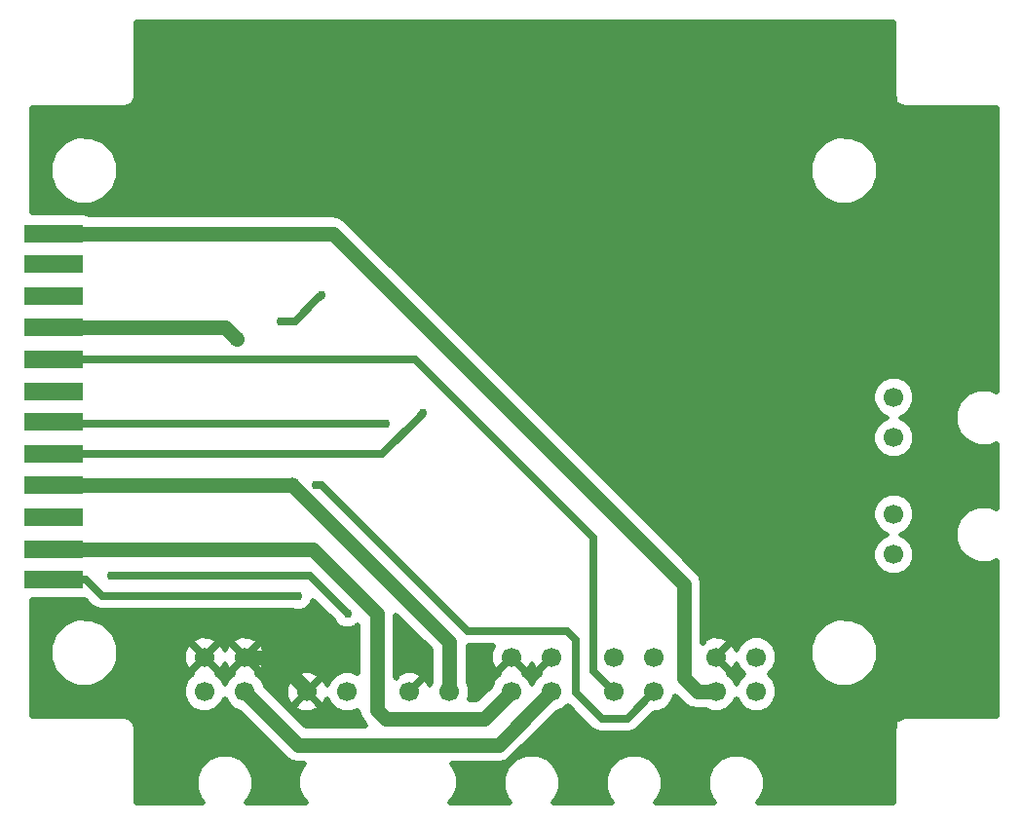
<source format=gbl>
G04 #@! TF.FileFunction,Copper,L2,Bot,Signal*
%FSLAX46Y46*%
G04 Gerber Fmt 4.6, Leading zero omitted, Abs format (unit mm)*
G04 Created by KiCad (PCBNEW 4.0.5+dfsg1-4) date Mon Mar  6 16:22:21 2017*
%MOMM*%
%LPD*%
G01*
G04 APERTURE LIST*
%ADD10C,0.090000*%
%ADD11R,5.080000X1.524000*%
%ADD12C,1.700000*%
%ADD13C,1.320800*%
%ADD14C,0.762000*%
%ADD15C,1.270000*%
%ADD16C,0.635000*%
%ADD17C,0.508000*%
G04 APERTURE END LIST*
D10*
D11*
X178181000Y-69977000D03*
X178181000Y-67310000D03*
X178181000Y-64516000D03*
X178181000Y-61722000D03*
X178181000Y-59055000D03*
X178181000Y-56261000D03*
X178181000Y-53594000D03*
X178181000Y-50800000D03*
X178181000Y-48006000D03*
X178181000Y-45339000D03*
X178181000Y-42545000D03*
X178181000Y-39878000D03*
D12*
X194800000Y-76700000D03*
X191300000Y-79700000D03*
X194800000Y-79700000D03*
X191300000Y-76700000D03*
X239250000Y-76700000D03*
X235750000Y-79700000D03*
X239250000Y-79700000D03*
X235750000Y-76700000D03*
X209080000Y-79730000D03*
X212580000Y-79730000D03*
X200180000Y-79730000D03*
X203680000Y-79730000D03*
X230360000Y-76700000D03*
X226860000Y-79700000D03*
X230360000Y-79700000D03*
X226860000Y-76700000D03*
X221470000Y-76700000D03*
X217970000Y-79700000D03*
X221470000Y-79700000D03*
X217970000Y-76700000D03*
X251180000Y-67790000D03*
X251180000Y-64290000D03*
X251180000Y-57630000D03*
X251180000Y-54130000D03*
D13*
X198882000Y-61722000D03*
X194056000Y-49022000D03*
D14*
X201422000Y-45211996D03*
X197866000Y-47498000D03*
X183134000Y-69595990D03*
X203708000Y-72898000D03*
X207010000Y-56388000D03*
X210292626Y-55489490D03*
X199390000Y-71374000D03*
X200913992Y-61722000D03*
D15*
X200180000Y-79730000D02*
X200180000Y-79530000D01*
X200180000Y-79530000D02*
X197350000Y-76700000D01*
X197350000Y-76700000D02*
X194800000Y-76700000D01*
X194800000Y-79700000D02*
X199428000Y-84328000D01*
X199428000Y-84328000D02*
X216842000Y-84328000D01*
X216842000Y-84328000D02*
X220620001Y-80549999D01*
X220620001Y-80549999D02*
X221470000Y-79700000D01*
X192532000Y-48006000D02*
X193040000Y-48006000D01*
X193040000Y-48006000D02*
X194056000Y-49022000D01*
X178181000Y-48006000D02*
X192532000Y-48006000D01*
X212580000Y-79730000D02*
X212580000Y-75420000D01*
X212580000Y-75420000D02*
X198882000Y-61722000D01*
X198882000Y-61722000D02*
X181991000Y-61722000D01*
X181991000Y-61722000D02*
X178181000Y-61722000D01*
D16*
X178435000Y-48260000D02*
X178181000Y-48006000D01*
X201041001Y-45592995D02*
X201422000Y-45211996D01*
X199135996Y-47498000D02*
X201041001Y-45592995D01*
X197866000Y-47498000D02*
X199135996Y-47498000D01*
X183672815Y-69595990D02*
X183134000Y-69595990D01*
X200405990Y-69595990D02*
X183672815Y-69595990D01*
X203708000Y-72898000D02*
X200405990Y-69595990D01*
D15*
X178181000Y-39878000D02*
X202438000Y-39878000D01*
X202438000Y-39878000D02*
X232918000Y-70358000D01*
X232918000Y-70358000D02*
X232918000Y-78486000D01*
X232918000Y-78486000D02*
X234132000Y-79700000D01*
X234132000Y-79700000D02*
X235750000Y-79700000D01*
D16*
X226860000Y-79700000D02*
X225044000Y-77884000D01*
X225044000Y-77884000D02*
X225044000Y-66294000D01*
X225044000Y-66294000D02*
X209550000Y-50800000D01*
X209550000Y-50800000D02*
X181356000Y-50800000D01*
X181356000Y-50800000D02*
X178181000Y-50800000D01*
X207010000Y-56388000D02*
X178308000Y-56388000D01*
X178308000Y-56388000D02*
X178181000Y-56261000D01*
X209911627Y-55870489D02*
X210292626Y-55489490D01*
X206727116Y-59055000D02*
X209911627Y-55870489D01*
X178181000Y-59055000D02*
X206727116Y-59055000D01*
D15*
X178181000Y-67310000D02*
X200660000Y-67310000D01*
X200660000Y-67310000D02*
X206248000Y-72898000D01*
X206248000Y-72898000D02*
X206248000Y-81280000D01*
X206248000Y-81280000D02*
X207010000Y-82042000D01*
X207010000Y-82042000D02*
X215628000Y-82042000D01*
X215628000Y-82042000D02*
X217120001Y-80549999D01*
X217120001Y-80549999D02*
X217970000Y-79700000D01*
D16*
X178181000Y-69977000D02*
X180975000Y-69977000D01*
X180975000Y-69977000D02*
X182372000Y-71374000D01*
X182372000Y-71374000D02*
X199136000Y-71374000D01*
X199136000Y-71374000D02*
X199390000Y-71374000D01*
X230360000Y-79700000D02*
X228018000Y-82042000D01*
X228018000Y-82042000D02*
X225806000Y-82042000D01*
X225806000Y-82042000D02*
X223520000Y-79756000D01*
X223520000Y-79756000D02*
X223520000Y-75184000D01*
X223520000Y-75184000D02*
X222758000Y-74422000D01*
X222758000Y-74422000D02*
X214152807Y-74422000D01*
X214152807Y-74422000D02*
X201452807Y-61722000D01*
X201452807Y-61722000D02*
X200913992Y-61722000D01*
D17*
G36*
X181429073Y-72316927D02*
X181861691Y-72605993D01*
X182372000Y-72707500D01*
X198958560Y-72707500D01*
X199110900Y-72770757D01*
X199666661Y-72771242D01*
X200180303Y-72559010D01*
X200573629Y-72166370D01*
X200725286Y-71801140D01*
X202459999Y-73535853D01*
X202522990Y-73688303D01*
X202915630Y-74081629D01*
X203428900Y-74294757D01*
X203984661Y-74295242D01*
X204498303Y-74083010D01*
X204597000Y-73984485D01*
X204597000Y-78090297D01*
X204052799Y-77864325D01*
X203310458Y-77863677D01*
X202624377Y-78147160D01*
X202099005Y-78671616D01*
X201929767Y-79079186D01*
X201768114Y-78682328D01*
X201755668Y-78663701D01*
X201389742Y-78610060D01*
X200269803Y-79730000D01*
X201389742Y-80849940D01*
X201755668Y-80796299D01*
X201930265Y-80381706D01*
X202097160Y-80785623D01*
X202621616Y-81310995D01*
X203307201Y-81595675D01*
X204049542Y-81596323D01*
X204613564Y-81363274D01*
X204722675Y-81911811D01*
X205080567Y-82447433D01*
X205310134Y-82677000D01*
X200111867Y-82677000D01*
X198374609Y-80939742D01*
X199060060Y-80939742D01*
X199113701Y-81305668D01*
X199797850Y-81593782D01*
X200540178Y-81598153D01*
X201227672Y-81318114D01*
X201246299Y-81305668D01*
X201299940Y-80939742D01*
X200180000Y-79819803D01*
X199060060Y-80939742D01*
X198374609Y-80939742D01*
X197525045Y-80090178D01*
X198311847Y-80090178D01*
X198591886Y-80777672D01*
X198604332Y-80796299D01*
X198970258Y-80849940D01*
X200090197Y-79730000D01*
X198970258Y-78610060D01*
X198604332Y-78663701D01*
X198316218Y-79347850D01*
X198311847Y-80090178D01*
X197525045Y-80090178D01*
X196596613Y-79161747D01*
X196382840Y-78644377D01*
X196258938Y-78520258D01*
X199060060Y-78520258D01*
X200180000Y-79640197D01*
X201299940Y-78520258D01*
X201246299Y-78154332D01*
X200562150Y-77866218D01*
X199819822Y-77861847D01*
X199132328Y-78141886D01*
X199113701Y-78154332D01*
X199060060Y-78520258D01*
X196258938Y-78520258D01*
X195885310Y-78145978D01*
X195919940Y-77909742D01*
X194800000Y-76789803D01*
X193680060Y-77909742D01*
X193714794Y-78146691D01*
X193219005Y-78641616D01*
X193049936Y-79048780D01*
X192882840Y-78644377D01*
X192385310Y-78145978D01*
X192419940Y-77909742D01*
X191300000Y-76789803D01*
X190180060Y-77909742D01*
X190214794Y-78146691D01*
X189719005Y-78641616D01*
X189434325Y-79327201D01*
X189433677Y-80069542D01*
X189717160Y-80755623D01*
X190241616Y-81280995D01*
X190927201Y-81565675D01*
X191669542Y-81566323D01*
X192355623Y-81282840D01*
X192880995Y-80758384D01*
X193050064Y-80351220D01*
X193217160Y-80755623D01*
X193741616Y-81280995D01*
X194262361Y-81497228D01*
X198260566Y-85495433D01*
X198796189Y-85853325D01*
X198901013Y-85874176D01*
X199428000Y-85979000D01*
X199907105Y-85979000D01*
X199767101Y-86118760D01*
X199379442Y-87052346D01*
X199378560Y-88063219D01*
X199764589Y-88997480D01*
X200106511Y-89340000D01*
X194923669Y-89340000D01*
X195192899Y-89071240D01*
X195580558Y-88137654D01*
X195581440Y-87126781D01*
X195195411Y-86192520D01*
X194481240Y-85477101D01*
X193547654Y-85089442D01*
X192536781Y-85088560D01*
X191602520Y-85474589D01*
X190887101Y-86188760D01*
X190499442Y-87122346D01*
X190498560Y-88133219D01*
X190884589Y-89067480D01*
X191156634Y-89340000D01*
X185351000Y-89340000D01*
X185351000Y-82931000D01*
X185267953Y-82513492D01*
X185031453Y-82159547D01*
X184677508Y-81923047D01*
X184260000Y-81840000D01*
X176351000Y-81840000D01*
X176351000Y-76924288D01*
X177831478Y-76924288D01*
X178289669Y-78033195D01*
X179137343Y-78882350D01*
X180245449Y-79342475D01*
X181445288Y-79343522D01*
X182554195Y-78885331D01*
X183403350Y-78037657D01*
X183809234Y-77060178D01*
X189431847Y-77060178D01*
X189711886Y-77747672D01*
X189724332Y-77766299D01*
X190090258Y-77819940D01*
X191210197Y-76700000D01*
X191389803Y-76700000D01*
X192509742Y-77819940D01*
X192875668Y-77766299D01*
X193050433Y-77351306D01*
X193211886Y-77747672D01*
X193224332Y-77766299D01*
X193590258Y-77819940D01*
X194710197Y-76700000D01*
X194889803Y-76700000D01*
X196009742Y-77819940D01*
X196375668Y-77766299D01*
X196663782Y-77082150D01*
X196668153Y-76339822D01*
X196388114Y-75652328D01*
X196375668Y-75633701D01*
X196009742Y-75580060D01*
X194889803Y-76700000D01*
X194710197Y-76700000D01*
X193590258Y-75580060D01*
X193224332Y-75633701D01*
X193049567Y-76048694D01*
X192888114Y-75652328D01*
X192875668Y-75633701D01*
X192509742Y-75580060D01*
X191389803Y-76700000D01*
X191210197Y-76700000D01*
X190090258Y-75580060D01*
X189724332Y-75633701D01*
X189436218Y-76317850D01*
X189431847Y-77060178D01*
X183809234Y-77060178D01*
X183863475Y-76929551D01*
X183864522Y-75729712D01*
X183765582Y-75490258D01*
X190180060Y-75490258D01*
X191300000Y-76610197D01*
X192419940Y-75490258D01*
X193680060Y-75490258D01*
X194800000Y-76610197D01*
X195919940Y-75490258D01*
X195866299Y-75124332D01*
X195182150Y-74836218D01*
X194439822Y-74831847D01*
X193752328Y-75111886D01*
X193733701Y-75124332D01*
X193680060Y-75490258D01*
X192419940Y-75490258D01*
X192366299Y-75124332D01*
X191682150Y-74836218D01*
X190939822Y-74831847D01*
X190252328Y-75111886D01*
X190233701Y-75124332D01*
X190180060Y-75490258D01*
X183765582Y-75490258D01*
X183406331Y-74620805D01*
X182558657Y-73771650D01*
X181450551Y-73311525D01*
X180250712Y-73310478D01*
X179141805Y-73768669D01*
X178292650Y-74616343D01*
X177832525Y-75724449D01*
X177831478Y-76924288D01*
X176351000Y-76924288D01*
X176351000Y-71774904D01*
X180721000Y-71774904D01*
X180860753Y-71748607D01*
X181429073Y-72316927D01*
X181429073Y-72316927D01*
G37*
X181429073Y-72316927D02*
X181861691Y-72605993D01*
X182372000Y-72707500D01*
X198958560Y-72707500D01*
X199110900Y-72770757D01*
X199666661Y-72771242D01*
X200180303Y-72559010D01*
X200573629Y-72166370D01*
X200725286Y-71801140D01*
X202459999Y-73535853D01*
X202522990Y-73688303D01*
X202915630Y-74081629D01*
X203428900Y-74294757D01*
X203984661Y-74295242D01*
X204498303Y-74083010D01*
X204597000Y-73984485D01*
X204597000Y-78090297D01*
X204052799Y-77864325D01*
X203310458Y-77863677D01*
X202624377Y-78147160D01*
X202099005Y-78671616D01*
X201929767Y-79079186D01*
X201768114Y-78682328D01*
X201755668Y-78663701D01*
X201389742Y-78610060D01*
X200269803Y-79730000D01*
X201389742Y-80849940D01*
X201755668Y-80796299D01*
X201930265Y-80381706D01*
X202097160Y-80785623D01*
X202621616Y-81310995D01*
X203307201Y-81595675D01*
X204049542Y-81596323D01*
X204613564Y-81363274D01*
X204722675Y-81911811D01*
X205080567Y-82447433D01*
X205310134Y-82677000D01*
X200111867Y-82677000D01*
X198374609Y-80939742D01*
X199060060Y-80939742D01*
X199113701Y-81305668D01*
X199797850Y-81593782D01*
X200540178Y-81598153D01*
X201227672Y-81318114D01*
X201246299Y-81305668D01*
X201299940Y-80939742D01*
X200180000Y-79819803D01*
X199060060Y-80939742D01*
X198374609Y-80939742D01*
X197525045Y-80090178D01*
X198311847Y-80090178D01*
X198591886Y-80777672D01*
X198604332Y-80796299D01*
X198970258Y-80849940D01*
X200090197Y-79730000D01*
X198970258Y-78610060D01*
X198604332Y-78663701D01*
X198316218Y-79347850D01*
X198311847Y-80090178D01*
X197525045Y-80090178D01*
X196596613Y-79161747D01*
X196382840Y-78644377D01*
X196258938Y-78520258D01*
X199060060Y-78520258D01*
X200180000Y-79640197D01*
X201299940Y-78520258D01*
X201246299Y-78154332D01*
X200562150Y-77866218D01*
X199819822Y-77861847D01*
X199132328Y-78141886D01*
X199113701Y-78154332D01*
X199060060Y-78520258D01*
X196258938Y-78520258D01*
X195885310Y-78145978D01*
X195919940Y-77909742D01*
X194800000Y-76789803D01*
X193680060Y-77909742D01*
X193714794Y-78146691D01*
X193219005Y-78641616D01*
X193049936Y-79048780D01*
X192882840Y-78644377D01*
X192385310Y-78145978D01*
X192419940Y-77909742D01*
X191300000Y-76789803D01*
X190180060Y-77909742D01*
X190214794Y-78146691D01*
X189719005Y-78641616D01*
X189434325Y-79327201D01*
X189433677Y-80069542D01*
X189717160Y-80755623D01*
X190241616Y-81280995D01*
X190927201Y-81565675D01*
X191669542Y-81566323D01*
X192355623Y-81282840D01*
X192880995Y-80758384D01*
X193050064Y-80351220D01*
X193217160Y-80755623D01*
X193741616Y-81280995D01*
X194262361Y-81497228D01*
X198260566Y-85495433D01*
X198796189Y-85853325D01*
X198901013Y-85874176D01*
X199428000Y-85979000D01*
X199907105Y-85979000D01*
X199767101Y-86118760D01*
X199379442Y-87052346D01*
X199378560Y-88063219D01*
X199764589Y-88997480D01*
X200106511Y-89340000D01*
X194923669Y-89340000D01*
X195192899Y-89071240D01*
X195580558Y-88137654D01*
X195581440Y-87126781D01*
X195195411Y-86192520D01*
X194481240Y-85477101D01*
X193547654Y-85089442D01*
X192536781Y-85088560D01*
X191602520Y-85474589D01*
X190887101Y-86188760D01*
X190499442Y-87122346D01*
X190498560Y-88133219D01*
X190884589Y-89067480D01*
X191156634Y-89340000D01*
X185351000Y-89340000D01*
X185351000Y-82931000D01*
X185267953Y-82513492D01*
X185031453Y-82159547D01*
X184677508Y-81923047D01*
X184260000Y-81840000D01*
X176351000Y-81840000D01*
X176351000Y-76924288D01*
X177831478Y-76924288D01*
X178289669Y-78033195D01*
X179137343Y-78882350D01*
X180245449Y-79342475D01*
X181445288Y-79343522D01*
X182554195Y-78885331D01*
X183403350Y-78037657D01*
X183809234Y-77060178D01*
X189431847Y-77060178D01*
X189711886Y-77747672D01*
X189724332Y-77766299D01*
X190090258Y-77819940D01*
X191210197Y-76700000D01*
X191389803Y-76700000D01*
X192509742Y-77819940D01*
X192875668Y-77766299D01*
X193050433Y-77351306D01*
X193211886Y-77747672D01*
X193224332Y-77766299D01*
X193590258Y-77819940D01*
X194710197Y-76700000D01*
X194889803Y-76700000D01*
X196009742Y-77819940D01*
X196375668Y-77766299D01*
X196663782Y-77082150D01*
X196668153Y-76339822D01*
X196388114Y-75652328D01*
X196375668Y-75633701D01*
X196009742Y-75580060D01*
X194889803Y-76700000D01*
X194710197Y-76700000D01*
X193590258Y-75580060D01*
X193224332Y-75633701D01*
X193049567Y-76048694D01*
X192888114Y-75652328D01*
X192875668Y-75633701D01*
X192509742Y-75580060D01*
X191389803Y-76700000D01*
X191210197Y-76700000D01*
X190090258Y-75580060D01*
X189724332Y-75633701D01*
X189436218Y-76317850D01*
X189431847Y-77060178D01*
X183809234Y-77060178D01*
X183863475Y-76929551D01*
X183864522Y-75729712D01*
X183765582Y-75490258D01*
X190180060Y-75490258D01*
X191300000Y-76610197D01*
X192419940Y-75490258D01*
X193680060Y-75490258D01*
X194800000Y-76610197D01*
X195919940Y-75490258D01*
X195866299Y-75124332D01*
X195182150Y-74836218D01*
X194439822Y-74831847D01*
X193752328Y-75111886D01*
X193733701Y-75124332D01*
X193680060Y-75490258D01*
X192419940Y-75490258D01*
X192366299Y-75124332D01*
X191682150Y-74836218D01*
X190939822Y-74831847D01*
X190252328Y-75111886D01*
X190233701Y-75124332D01*
X190180060Y-75490258D01*
X183765582Y-75490258D01*
X183406331Y-74620805D01*
X182558657Y-73771650D01*
X181450551Y-73311525D01*
X180250712Y-73310478D01*
X179141805Y-73768669D01*
X178292650Y-74616343D01*
X177832525Y-75724449D01*
X177831478Y-76924288D01*
X176351000Y-76924288D01*
X176351000Y-71774904D01*
X180721000Y-71774904D01*
X180860753Y-71748607D01*
X181429073Y-72316927D01*
G36*
X251169000Y-27931000D02*
X251206000Y-28117013D01*
X251206000Y-28448000D01*
X251226012Y-28546820D01*
X251282893Y-28630069D01*
X251367682Y-28684629D01*
X251460000Y-28702000D01*
X251488244Y-28702000D01*
X251488547Y-28702453D01*
X251842492Y-28938953D01*
X252260000Y-29022000D01*
X260169000Y-29022000D01*
X260169000Y-53619905D01*
X259517654Y-53349442D01*
X258506781Y-53348560D01*
X257572520Y-53734589D01*
X256857101Y-54448760D01*
X256469442Y-55382346D01*
X256468560Y-56393219D01*
X256854589Y-57327480D01*
X257568760Y-58042899D01*
X258502346Y-58430558D01*
X259513219Y-58431440D01*
X260169000Y-58160477D01*
X260169000Y-63779905D01*
X259517654Y-63509442D01*
X258506781Y-63508560D01*
X257572520Y-63894589D01*
X256857101Y-64608760D01*
X256469442Y-65542346D01*
X256468560Y-66553219D01*
X256854589Y-67487480D01*
X257568760Y-68202899D01*
X258502346Y-68590558D01*
X259513219Y-68591440D01*
X260169000Y-68320477D01*
X260169000Y-81840000D01*
X252260000Y-81840000D01*
X251842492Y-81923047D01*
X251664467Y-82042000D01*
X251460000Y-82042000D01*
X251361180Y-82062012D01*
X251277931Y-82118893D01*
X251223371Y-82203682D01*
X251206000Y-82296000D01*
X251206000Y-82744987D01*
X251169000Y-82931000D01*
X251169000Y-89340000D01*
X239373669Y-89340000D01*
X239642899Y-89071240D01*
X240030558Y-88137654D01*
X240031440Y-87126781D01*
X239645411Y-86192520D01*
X238931240Y-85477101D01*
X237997654Y-85089442D01*
X236986781Y-85088560D01*
X236052520Y-85474589D01*
X235337101Y-86188760D01*
X234949442Y-87122346D01*
X234948560Y-88133219D01*
X235334589Y-89067480D01*
X235606634Y-89340000D01*
X230483669Y-89340000D01*
X230752899Y-89071240D01*
X231140558Y-88137654D01*
X231141440Y-87126781D01*
X230755411Y-86192520D01*
X230041240Y-85477101D01*
X229107654Y-85089442D01*
X228096781Y-85088560D01*
X227162520Y-85474589D01*
X226447101Y-86188760D01*
X226059442Y-87122346D01*
X226058560Y-88133219D01*
X226444589Y-89067480D01*
X226716634Y-89340000D01*
X221593669Y-89340000D01*
X221862899Y-89071240D01*
X222250558Y-88137654D01*
X222251440Y-87126781D01*
X221865411Y-86192520D01*
X221151240Y-85477101D01*
X220217654Y-85089442D01*
X219206781Y-85088560D01*
X218272520Y-85474589D01*
X217557101Y-86188760D01*
X217169442Y-87122346D01*
X217168560Y-88133219D01*
X217554589Y-89067480D01*
X217826634Y-89340000D01*
X212633547Y-89340000D01*
X212972899Y-89001240D01*
X213360558Y-88067654D01*
X213361440Y-87056781D01*
X212975411Y-86122520D01*
X212832141Y-85979000D01*
X216842000Y-85979000D01*
X217473811Y-85853325D01*
X218009433Y-85495433D01*
X222008253Y-81496613D01*
X222525623Y-81282840D01*
X222843582Y-80965436D01*
X224863073Y-82984927D01*
X225295691Y-83273993D01*
X225806000Y-83375500D01*
X228018000Y-83375500D01*
X228528308Y-83273993D01*
X228960927Y-82984927D01*
X230379836Y-81566018D01*
X230729542Y-81566323D01*
X231415623Y-81282840D01*
X231940995Y-80758384D01*
X232209320Y-80112186D01*
X232964567Y-80867433D01*
X233500189Y-81225325D01*
X233605013Y-81246176D01*
X234132000Y-81351000D01*
X234860207Y-81351000D01*
X235377201Y-81565675D01*
X236119542Y-81566323D01*
X236805623Y-81282840D01*
X237330995Y-80758384D01*
X237500064Y-80351220D01*
X237667160Y-80755623D01*
X238191616Y-81280995D01*
X238877201Y-81565675D01*
X239619542Y-81566323D01*
X240305623Y-81282840D01*
X240830995Y-80758384D01*
X241115675Y-80072799D01*
X241116323Y-79330458D01*
X240832840Y-78644377D01*
X240388923Y-78199685D01*
X240830995Y-77758384D01*
X241115675Y-77072799D01*
X241115804Y-76924288D01*
X243871478Y-76924288D01*
X244329669Y-78033195D01*
X245177343Y-78882350D01*
X246285449Y-79342475D01*
X247485288Y-79343522D01*
X248594195Y-78885331D01*
X249443350Y-78037657D01*
X249903475Y-76929551D01*
X249904522Y-75729712D01*
X249446331Y-74620805D01*
X248598657Y-73771650D01*
X247490551Y-73311525D01*
X246290712Y-73310478D01*
X245181805Y-73768669D01*
X244332650Y-74616343D01*
X243872525Y-75724449D01*
X243871478Y-76924288D01*
X241115804Y-76924288D01*
X241116323Y-76330458D01*
X240832840Y-75644377D01*
X240308384Y-75119005D01*
X239622799Y-74834325D01*
X238880458Y-74833677D01*
X238194377Y-75117160D01*
X237669005Y-75641616D01*
X237499767Y-76049186D01*
X237338114Y-75652328D01*
X237325668Y-75633701D01*
X236959742Y-75580060D01*
X235839803Y-76700000D01*
X236959742Y-77819940D01*
X237325668Y-77766299D01*
X237500265Y-77351706D01*
X237667160Y-77755623D01*
X238111077Y-78200315D01*
X237669005Y-78641616D01*
X237499936Y-79048780D01*
X237332840Y-78644377D01*
X236835310Y-78145978D01*
X236869940Y-77909742D01*
X235750000Y-76789803D01*
X235735858Y-76803945D01*
X235646055Y-76714142D01*
X235660197Y-76700000D01*
X235646055Y-76685858D01*
X235735858Y-76596055D01*
X235750000Y-76610197D01*
X236869940Y-75490258D01*
X236816299Y-75124332D01*
X236132150Y-74836218D01*
X235389822Y-74831847D01*
X234702328Y-75111886D01*
X234683701Y-75124332D01*
X234630060Y-75490255D01*
X234569000Y-75429195D01*
X234569000Y-70358000D01*
X234443325Y-69726190D01*
X234443325Y-69726189D01*
X234085433Y-69190566D01*
X229554409Y-64659542D01*
X249313677Y-64659542D01*
X249597160Y-65345623D01*
X250121616Y-65870995D01*
X250528780Y-66040064D01*
X250124377Y-66207160D01*
X249599005Y-66731616D01*
X249314325Y-67417201D01*
X249313677Y-68159542D01*
X249597160Y-68845623D01*
X250121616Y-69370995D01*
X250807201Y-69655675D01*
X251549542Y-69656323D01*
X252235623Y-69372840D01*
X252760995Y-68848384D01*
X253045675Y-68162799D01*
X253046323Y-67420458D01*
X252762840Y-66734377D01*
X252238384Y-66209005D01*
X251831220Y-66039936D01*
X252235623Y-65872840D01*
X252760995Y-65348384D01*
X253045675Y-64662799D01*
X253046323Y-63920458D01*
X252762840Y-63234377D01*
X252238384Y-62709005D01*
X251552799Y-62424325D01*
X250810458Y-62423677D01*
X250124377Y-62707160D01*
X249599005Y-63231616D01*
X249314325Y-63917201D01*
X249313677Y-64659542D01*
X229554409Y-64659542D01*
X219394409Y-54499542D01*
X249313677Y-54499542D01*
X249597160Y-55185623D01*
X250121616Y-55710995D01*
X250528780Y-55880064D01*
X250124377Y-56047160D01*
X249599005Y-56571616D01*
X249314325Y-57257201D01*
X249313677Y-57999542D01*
X249597160Y-58685623D01*
X250121616Y-59210995D01*
X250807201Y-59495675D01*
X251549542Y-59496323D01*
X252235623Y-59212840D01*
X252760995Y-58688384D01*
X253045675Y-58002799D01*
X253046323Y-57260458D01*
X252762840Y-56574377D01*
X252238384Y-56049005D01*
X251831220Y-55879936D01*
X252235623Y-55712840D01*
X252760995Y-55188384D01*
X253045675Y-54502799D01*
X253046323Y-53760458D01*
X252762840Y-53074377D01*
X252238384Y-52549005D01*
X251552799Y-52264325D01*
X250810458Y-52263677D01*
X250124377Y-52547160D01*
X249599005Y-53071616D01*
X249314325Y-53757201D01*
X249313677Y-54499542D01*
X219394409Y-54499542D01*
X203605433Y-38710567D01*
X203069811Y-38352675D01*
X202438000Y-38227000D01*
X181219579Y-38227000D01*
X181124025Y-38161711D01*
X180721000Y-38080096D01*
X176351000Y-38080096D01*
X176351000Y-35014288D01*
X177831478Y-35014288D01*
X178289669Y-36123195D01*
X179137343Y-36972350D01*
X180245449Y-37432475D01*
X181445288Y-37433522D01*
X182554195Y-36975331D01*
X183403350Y-36127657D01*
X183863475Y-35019551D01*
X183863479Y-35014288D01*
X243871478Y-35014288D01*
X244329669Y-36123195D01*
X245177343Y-36972350D01*
X246285449Y-37432475D01*
X247485288Y-37433522D01*
X248594195Y-36975331D01*
X249443350Y-36127657D01*
X249903475Y-35019551D01*
X249904522Y-33819712D01*
X249446331Y-32710805D01*
X248598657Y-31861650D01*
X247490551Y-31401525D01*
X246290712Y-31400478D01*
X245181805Y-31858669D01*
X244332650Y-32706343D01*
X243872525Y-33814449D01*
X243871478Y-35014288D01*
X183863479Y-35014288D01*
X183864522Y-33819712D01*
X183406331Y-32710805D01*
X182558657Y-31861650D01*
X181450551Y-31401525D01*
X180250712Y-31400478D01*
X179141805Y-31858669D01*
X178292650Y-32706343D01*
X177832525Y-33814449D01*
X177831478Y-35014288D01*
X176351000Y-35014288D01*
X176351000Y-29022000D01*
X184260000Y-29022000D01*
X184677508Y-28938953D01*
X185031453Y-28702453D01*
X185267953Y-28348508D01*
X185351000Y-27931000D01*
X185351000Y-21522000D01*
X251169000Y-21522000D01*
X251169000Y-27931000D01*
X251169000Y-27931000D01*
G37*
X251169000Y-27931000D02*
X251206000Y-28117013D01*
X251206000Y-28448000D01*
X251226012Y-28546820D01*
X251282893Y-28630069D01*
X251367682Y-28684629D01*
X251460000Y-28702000D01*
X251488244Y-28702000D01*
X251488547Y-28702453D01*
X251842492Y-28938953D01*
X252260000Y-29022000D01*
X260169000Y-29022000D01*
X260169000Y-53619905D01*
X259517654Y-53349442D01*
X258506781Y-53348560D01*
X257572520Y-53734589D01*
X256857101Y-54448760D01*
X256469442Y-55382346D01*
X256468560Y-56393219D01*
X256854589Y-57327480D01*
X257568760Y-58042899D01*
X258502346Y-58430558D01*
X259513219Y-58431440D01*
X260169000Y-58160477D01*
X260169000Y-63779905D01*
X259517654Y-63509442D01*
X258506781Y-63508560D01*
X257572520Y-63894589D01*
X256857101Y-64608760D01*
X256469442Y-65542346D01*
X256468560Y-66553219D01*
X256854589Y-67487480D01*
X257568760Y-68202899D01*
X258502346Y-68590558D01*
X259513219Y-68591440D01*
X260169000Y-68320477D01*
X260169000Y-81840000D01*
X252260000Y-81840000D01*
X251842492Y-81923047D01*
X251664467Y-82042000D01*
X251460000Y-82042000D01*
X251361180Y-82062012D01*
X251277931Y-82118893D01*
X251223371Y-82203682D01*
X251206000Y-82296000D01*
X251206000Y-82744987D01*
X251169000Y-82931000D01*
X251169000Y-89340000D01*
X239373669Y-89340000D01*
X239642899Y-89071240D01*
X240030558Y-88137654D01*
X240031440Y-87126781D01*
X239645411Y-86192520D01*
X238931240Y-85477101D01*
X237997654Y-85089442D01*
X236986781Y-85088560D01*
X236052520Y-85474589D01*
X235337101Y-86188760D01*
X234949442Y-87122346D01*
X234948560Y-88133219D01*
X235334589Y-89067480D01*
X235606634Y-89340000D01*
X230483669Y-89340000D01*
X230752899Y-89071240D01*
X231140558Y-88137654D01*
X231141440Y-87126781D01*
X230755411Y-86192520D01*
X230041240Y-85477101D01*
X229107654Y-85089442D01*
X228096781Y-85088560D01*
X227162520Y-85474589D01*
X226447101Y-86188760D01*
X226059442Y-87122346D01*
X226058560Y-88133219D01*
X226444589Y-89067480D01*
X226716634Y-89340000D01*
X221593669Y-89340000D01*
X221862899Y-89071240D01*
X222250558Y-88137654D01*
X222251440Y-87126781D01*
X221865411Y-86192520D01*
X221151240Y-85477101D01*
X220217654Y-85089442D01*
X219206781Y-85088560D01*
X218272520Y-85474589D01*
X217557101Y-86188760D01*
X217169442Y-87122346D01*
X217168560Y-88133219D01*
X217554589Y-89067480D01*
X217826634Y-89340000D01*
X212633547Y-89340000D01*
X212972899Y-89001240D01*
X213360558Y-88067654D01*
X213361440Y-87056781D01*
X212975411Y-86122520D01*
X212832141Y-85979000D01*
X216842000Y-85979000D01*
X217473811Y-85853325D01*
X218009433Y-85495433D01*
X222008253Y-81496613D01*
X222525623Y-81282840D01*
X222843582Y-80965436D01*
X224863073Y-82984927D01*
X225295691Y-83273993D01*
X225806000Y-83375500D01*
X228018000Y-83375500D01*
X228528308Y-83273993D01*
X228960927Y-82984927D01*
X230379836Y-81566018D01*
X230729542Y-81566323D01*
X231415623Y-81282840D01*
X231940995Y-80758384D01*
X232209320Y-80112186D01*
X232964567Y-80867433D01*
X233500189Y-81225325D01*
X233605013Y-81246176D01*
X234132000Y-81351000D01*
X234860207Y-81351000D01*
X235377201Y-81565675D01*
X236119542Y-81566323D01*
X236805623Y-81282840D01*
X237330995Y-80758384D01*
X237500064Y-80351220D01*
X237667160Y-80755623D01*
X238191616Y-81280995D01*
X238877201Y-81565675D01*
X239619542Y-81566323D01*
X240305623Y-81282840D01*
X240830995Y-80758384D01*
X241115675Y-80072799D01*
X241116323Y-79330458D01*
X240832840Y-78644377D01*
X240388923Y-78199685D01*
X240830995Y-77758384D01*
X241115675Y-77072799D01*
X241115804Y-76924288D01*
X243871478Y-76924288D01*
X244329669Y-78033195D01*
X245177343Y-78882350D01*
X246285449Y-79342475D01*
X247485288Y-79343522D01*
X248594195Y-78885331D01*
X249443350Y-78037657D01*
X249903475Y-76929551D01*
X249904522Y-75729712D01*
X249446331Y-74620805D01*
X248598657Y-73771650D01*
X247490551Y-73311525D01*
X246290712Y-73310478D01*
X245181805Y-73768669D01*
X244332650Y-74616343D01*
X243872525Y-75724449D01*
X243871478Y-76924288D01*
X241115804Y-76924288D01*
X241116323Y-76330458D01*
X240832840Y-75644377D01*
X240308384Y-75119005D01*
X239622799Y-74834325D01*
X238880458Y-74833677D01*
X238194377Y-75117160D01*
X237669005Y-75641616D01*
X237499767Y-76049186D01*
X237338114Y-75652328D01*
X237325668Y-75633701D01*
X236959742Y-75580060D01*
X235839803Y-76700000D01*
X236959742Y-77819940D01*
X237325668Y-77766299D01*
X237500265Y-77351706D01*
X237667160Y-77755623D01*
X238111077Y-78200315D01*
X237669005Y-78641616D01*
X237499936Y-79048780D01*
X237332840Y-78644377D01*
X236835310Y-78145978D01*
X236869940Y-77909742D01*
X235750000Y-76789803D01*
X235735858Y-76803945D01*
X235646055Y-76714142D01*
X235660197Y-76700000D01*
X235646055Y-76685858D01*
X235735858Y-76596055D01*
X235750000Y-76610197D01*
X236869940Y-75490258D01*
X236816299Y-75124332D01*
X236132150Y-74836218D01*
X235389822Y-74831847D01*
X234702328Y-75111886D01*
X234683701Y-75124332D01*
X234630060Y-75490255D01*
X234569000Y-75429195D01*
X234569000Y-70358000D01*
X234443325Y-69726190D01*
X234443325Y-69726189D01*
X234085433Y-69190566D01*
X229554409Y-64659542D01*
X249313677Y-64659542D01*
X249597160Y-65345623D01*
X250121616Y-65870995D01*
X250528780Y-66040064D01*
X250124377Y-66207160D01*
X249599005Y-66731616D01*
X249314325Y-67417201D01*
X249313677Y-68159542D01*
X249597160Y-68845623D01*
X250121616Y-69370995D01*
X250807201Y-69655675D01*
X251549542Y-69656323D01*
X252235623Y-69372840D01*
X252760995Y-68848384D01*
X253045675Y-68162799D01*
X253046323Y-67420458D01*
X252762840Y-66734377D01*
X252238384Y-66209005D01*
X251831220Y-66039936D01*
X252235623Y-65872840D01*
X252760995Y-65348384D01*
X253045675Y-64662799D01*
X253046323Y-63920458D01*
X252762840Y-63234377D01*
X252238384Y-62709005D01*
X251552799Y-62424325D01*
X250810458Y-62423677D01*
X250124377Y-62707160D01*
X249599005Y-63231616D01*
X249314325Y-63917201D01*
X249313677Y-64659542D01*
X229554409Y-64659542D01*
X219394409Y-54499542D01*
X249313677Y-54499542D01*
X249597160Y-55185623D01*
X250121616Y-55710995D01*
X250528780Y-55880064D01*
X250124377Y-56047160D01*
X249599005Y-56571616D01*
X249314325Y-57257201D01*
X249313677Y-57999542D01*
X249597160Y-58685623D01*
X250121616Y-59210995D01*
X250807201Y-59495675D01*
X251549542Y-59496323D01*
X252235623Y-59212840D01*
X252760995Y-58688384D01*
X253045675Y-58002799D01*
X253046323Y-57260458D01*
X252762840Y-56574377D01*
X252238384Y-56049005D01*
X251831220Y-55879936D01*
X252235623Y-55712840D01*
X252760995Y-55188384D01*
X253045675Y-54502799D01*
X253046323Y-53760458D01*
X252762840Y-53074377D01*
X252238384Y-52549005D01*
X251552799Y-52264325D01*
X250810458Y-52263677D01*
X250124377Y-52547160D01*
X249599005Y-53071616D01*
X249314325Y-53757201D01*
X249313677Y-54499542D01*
X219394409Y-54499542D01*
X203605433Y-38710567D01*
X203069811Y-38352675D01*
X202438000Y-38227000D01*
X181219579Y-38227000D01*
X181124025Y-38161711D01*
X180721000Y-38080096D01*
X176351000Y-38080096D01*
X176351000Y-35014288D01*
X177831478Y-35014288D01*
X178289669Y-36123195D01*
X179137343Y-36972350D01*
X180245449Y-37432475D01*
X181445288Y-37433522D01*
X182554195Y-36975331D01*
X183403350Y-36127657D01*
X183863475Y-35019551D01*
X183863479Y-35014288D01*
X243871478Y-35014288D01*
X244329669Y-36123195D01*
X245177343Y-36972350D01*
X246285449Y-37432475D01*
X247485288Y-37433522D01*
X248594195Y-36975331D01*
X249443350Y-36127657D01*
X249903475Y-35019551D01*
X249904522Y-33819712D01*
X249446331Y-32710805D01*
X248598657Y-31861650D01*
X247490551Y-31401525D01*
X246290712Y-31400478D01*
X245181805Y-31858669D01*
X244332650Y-32706343D01*
X243872525Y-33814449D01*
X243871478Y-35014288D01*
X183863479Y-35014288D01*
X183864522Y-33819712D01*
X183406331Y-32710805D01*
X182558657Y-31861650D01*
X181450551Y-31401525D01*
X180250712Y-31400478D01*
X179141805Y-31858669D01*
X178292650Y-32706343D01*
X177832525Y-33814449D01*
X177831478Y-35014288D01*
X176351000Y-35014288D01*
X176351000Y-29022000D01*
X184260000Y-29022000D01*
X184677508Y-28938953D01*
X185031453Y-28702453D01*
X185267953Y-28348508D01*
X185351000Y-27931000D01*
X185351000Y-21522000D01*
X251169000Y-21522000D01*
X251169000Y-27931000D01*
G36*
X216106218Y-76317850D02*
X216101847Y-77060178D01*
X216381886Y-77747672D01*
X216394332Y-77766299D01*
X216760258Y-77819940D01*
X217880197Y-76700000D01*
X217866055Y-76685858D01*
X217955858Y-76596055D01*
X217970000Y-76610197D01*
X217984142Y-76596055D01*
X218073945Y-76685858D01*
X218059803Y-76700000D01*
X219179742Y-77819940D01*
X219545668Y-77766299D01*
X219720433Y-77351306D01*
X219881886Y-77747672D01*
X219894332Y-77766299D01*
X220260258Y-77819940D01*
X221380197Y-76700000D01*
X221366055Y-76685858D01*
X221455858Y-76596055D01*
X221470000Y-76610197D01*
X221484142Y-76596055D01*
X221573945Y-76685858D01*
X221559803Y-76700000D01*
X221573945Y-76714142D01*
X221484142Y-76803945D01*
X221470000Y-76789803D01*
X220350060Y-77909742D01*
X220384794Y-78146691D01*
X219889005Y-78641616D01*
X219719936Y-79048780D01*
X219552840Y-78644377D01*
X219055310Y-78145978D01*
X219089940Y-77909742D01*
X217970000Y-76789803D01*
X216850060Y-77909742D01*
X216884794Y-78146691D01*
X216389005Y-78641616D01*
X216172772Y-79162362D01*
X214944134Y-80391000D01*
X214326003Y-80391000D01*
X214445675Y-80102799D01*
X214446323Y-79360458D01*
X214231000Y-78839337D01*
X214231000Y-75755500D01*
X216343039Y-75755500D01*
X216106218Y-76317850D01*
X216106218Y-76317850D01*
G37*
X216106218Y-76317850D02*
X216101847Y-77060178D01*
X216381886Y-77747672D01*
X216394332Y-77766299D01*
X216760258Y-77819940D01*
X217880197Y-76700000D01*
X217866055Y-76685858D01*
X217955858Y-76596055D01*
X217970000Y-76610197D01*
X217984142Y-76596055D01*
X218073945Y-76685858D01*
X218059803Y-76700000D01*
X219179742Y-77819940D01*
X219545668Y-77766299D01*
X219720433Y-77351306D01*
X219881886Y-77747672D01*
X219894332Y-77766299D01*
X220260258Y-77819940D01*
X221380197Y-76700000D01*
X221366055Y-76685858D01*
X221455858Y-76596055D01*
X221470000Y-76610197D01*
X221484142Y-76596055D01*
X221573945Y-76685858D01*
X221559803Y-76700000D01*
X221573945Y-76714142D01*
X221484142Y-76803945D01*
X221470000Y-76789803D01*
X220350060Y-77909742D01*
X220384794Y-78146691D01*
X219889005Y-78641616D01*
X219719936Y-79048780D01*
X219552840Y-78644377D01*
X219055310Y-78145978D01*
X219089940Y-77909742D01*
X217970000Y-76789803D01*
X216850060Y-77909742D01*
X216884794Y-78146691D01*
X216389005Y-78641616D01*
X216172772Y-79162362D01*
X214944134Y-80391000D01*
X214326003Y-80391000D01*
X214445675Y-80102799D01*
X214446323Y-79360458D01*
X214231000Y-78839337D01*
X214231000Y-75755500D01*
X216343039Y-75755500D01*
X216106218Y-76317850D01*
G36*
X210929000Y-76103867D02*
X210929000Y-78840207D01*
X210829767Y-79079186D01*
X210668114Y-78682328D01*
X210655668Y-78663701D01*
X210289742Y-78610060D01*
X209169803Y-79730000D01*
X209183945Y-79744142D01*
X209094142Y-79833945D01*
X209080000Y-79819803D01*
X209065858Y-79833945D01*
X208976055Y-79744142D01*
X208990197Y-79730000D01*
X208976055Y-79715858D01*
X209065858Y-79626055D01*
X209080000Y-79640197D01*
X210199940Y-78520258D01*
X210146299Y-78154332D01*
X209462150Y-77866218D01*
X208719822Y-77861847D01*
X208032328Y-78141886D01*
X208013701Y-78154332D01*
X207960060Y-78520255D01*
X207899000Y-78459195D01*
X207899000Y-73073867D01*
X210929000Y-76103867D01*
X210929000Y-76103867D01*
G37*
X210929000Y-76103867D02*
X210929000Y-78840207D01*
X210829767Y-79079186D01*
X210668114Y-78682328D01*
X210655668Y-78663701D01*
X210289742Y-78610060D01*
X209169803Y-79730000D01*
X209183945Y-79744142D01*
X209094142Y-79833945D01*
X209080000Y-79819803D01*
X209065858Y-79833945D01*
X208976055Y-79744142D01*
X208990197Y-79730000D01*
X208976055Y-79715858D01*
X209065858Y-79626055D01*
X209080000Y-79640197D01*
X210199940Y-78520258D01*
X210146299Y-78154332D01*
X209462150Y-77866218D01*
X208719822Y-77861847D01*
X208032328Y-78141886D01*
X208013701Y-78154332D01*
X207960060Y-78520255D01*
X207899000Y-78459195D01*
X207899000Y-73073867D01*
X210929000Y-76103867D01*
M02*

</source>
